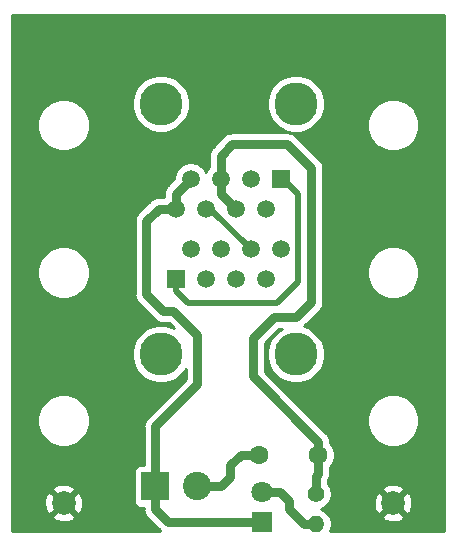
<source format=gbr>
G04 #@! TF.GenerationSoftware,KiCad,Pcbnew,5.1.5+dfsg1-2build2*
G04 #@! TF.CreationDate,2021-07-15T15:49:03-05:00*
G04 #@! TF.ProjectId,DIN_RAIL_POE_INJECTOR,44494e5f-5241-4494-9c5f-504f455f494e,rev?*
G04 #@! TF.SameCoordinates,Original*
G04 #@! TF.FileFunction,Copper,L1,Top*
G04 #@! TF.FilePolarity,Positive*
%FSLAX46Y46*%
G04 Gerber Fmt 4.6, Leading zero omitted, Abs format (unit mm)*
G04 Created by KiCad (PCBNEW 5.1.5+dfsg1-2build2) date 2021-07-15 15:49:03*
%MOMM*%
%LPD*%
G04 APERTURE LIST*
%ADD10C,1.998980*%
%ADD11C,3.650000*%
%ADD12R,1.500000X1.500000*%
%ADD13C,1.500000*%
%ADD14C,1.600000*%
%ADD15O,1.400000X1.400000*%
%ADD16C,1.400000*%
%ADD17C,1.800000*%
%ADD18R,1.800000X1.800000*%
%ADD19C,2.400000*%
%ADD20R,2.400000X2.400000*%
%ADD21C,0.500000*%
%ADD22C,0.250000*%
%ADD23C,0.750000*%
%ADD24C,0.254000*%
G04 APERTURE END LIST*
D10*
X132890000Y-142000000D03*
X105000000Y-142000000D03*
D11*
X124660000Y-129397000D03*
X113230000Y-129397000D03*
D12*
X114500000Y-123047000D03*
D13*
X115770000Y-120507000D03*
X117040000Y-123047000D03*
X118310000Y-120507000D03*
X119580000Y-123047000D03*
X120850000Y-120507000D03*
X122120000Y-123047000D03*
X123390000Y-120507000D03*
D14*
X126539000Y-137922000D03*
X121539000Y-137922000D03*
D15*
X126365000Y-143764000D03*
D16*
X126365000Y-141224000D03*
D17*
X121793000Y-141097000D03*
D18*
X121793000Y-143637000D03*
D19*
X116276000Y-140589000D03*
D20*
X112776000Y-140589000D03*
D11*
X113230000Y-108188000D03*
X124660000Y-108188000D03*
D12*
X123390000Y-114538000D03*
D13*
X122120000Y-117078000D03*
X120850000Y-114538000D03*
X119580000Y-117078000D03*
X118310000Y-114538000D03*
X117040000Y-117078000D03*
X115770000Y-114538000D03*
X114500000Y-117078000D03*
D21*
X123555000Y-114538000D02*
X123390000Y-114538000D01*
X124841000Y-115824000D02*
X123555000Y-114538000D01*
X124841000Y-123317000D02*
X124841000Y-115824000D01*
X123063000Y-125095000D02*
X124841000Y-123317000D01*
X115570000Y-125095000D02*
X123063000Y-125095000D01*
X114500000Y-124025000D02*
X115570000Y-125095000D01*
X114500000Y-123047000D02*
X114500000Y-124025000D01*
D22*
X117421000Y-117078000D02*
X117040000Y-117078000D01*
D21*
X120850000Y-120507000D02*
X117421000Y-117078000D01*
D23*
X125375051Y-143764000D02*
X124079000Y-142467949D01*
X126365000Y-143764000D02*
X125375051Y-143764000D01*
X124079000Y-142467949D02*
X124079000Y-141859000D01*
X123317000Y-141097000D02*
X121793000Y-141097000D01*
X124079000Y-141859000D02*
X123317000Y-141097000D01*
X113874000Y-143637000D02*
X121793000Y-143637000D01*
X112776000Y-142539000D02*
X113874000Y-143637000D01*
X112776000Y-140589000D02*
X112776000Y-142539000D01*
X113046000Y-117078000D02*
X114500000Y-117078000D01*
X112014000Y-118110000D02*
X113046000Y-117078000D01*
X113411000Y-125730000D02*
X112014000Y-124333000D01*
X114300000Y-125730000D02*
X113411000Y-125730000D01*
X116332000Y-131953000D02*
X116332000Y-127762000D01*
X112014000Y-124333000D02*
X112014000Y-118110000D01*
X116332000Y-127762000D02*
X114300000Y-125730000D01*
X112776000Y-135509000D02*
X116332000Y-131953000D01*
X112776000Y-140589000D02*
X112776000Y-135509000D01*
X114500000Y-115808000D02*
X115770000Y-114538000D01*
X114500000Y-117078000D02*
X114500000Y-115808000D01*
D22*
X126365000Y-138096000D02*
X126539000Y-137922000D01*
D21*
X126539000Y-141050000D02*
X126365000Y-141224000D01*
D23*
X126365000Y-139700000D02*
X126365000Y-141224000D01*
X126539000Y-139526000D02*
X126365000Y-139700000D01*
X126539000Y-137922000D02*
X126539000Y-139526000D01*
X118310000Y-112576000D02*
X118310000Y-114538000D01*
X125984000Y-124968000D02*
X125984000Y-113665000D01*
X123952000Y-111633000D02*
X119253000Y-111633000D01*
X122809000Y-126238000D02*
X124714000Y-126238000D01*
X121031000Y-128016000D02*
X122809000Y-126238000D01*
X119253000Y-111633000D02*
X118310000Y-112576000D01*
X125984000Y-113665000D02*
X123952000Y-111633000D01*
X121031000Y-131282630D02*
X121031000Y-128016000D01*
X124714000Y-126238000D02*
X125984000Y-124968000D01*
X126539000Y-136790630D02*
X121031000Y-131282630D01*
X126539000Y-137922000D02*
X126539000Y-136790630D01*
X118618000Y-116116000D02*
X119580000Y-117078000D01*
X118310000Y-115808000D02*
X118618000Y-116116000D01*
X118310000Y-114538000D02*
X118310000Y-115808000D01*
X121539000Y-137922000D02*
X120015000Y-137922000D01*
X120015000Y-137922000D02*
X119126000Y-138811000D01*
X119126000Y-138811000D02*
X119126000Y-139827000D01*
X118364000Y-140589000D02*
X116276000Y-140589000D01*
X119126000Y-139827000D02*
X118364000Y-140589000D01*
D24*
G36*
X137230001Y-144340000D02*
G01*
X127571406Y-144340000D01*
X127648696Y-144153405D01*
X127700000Y-143895486D01*
X127700000Y-143632514D01*
X127648696Y-143374595D01*
X127549474Y-143135050D01*
X131934555Y-143135050D01*
X132030258Y-143399399D01*
X132319787Y-143540238D01*
X132631229Y-143621885D01*
X132952615Y-143641205D01*
X133271595Y-143597454D01*
X133575911Y-143492314D01*
X133749742Y-143399399D01*
X133845445Y-143135050D01*
X132890000Y-142179605D01*
X131934555Y-143135050D01*
X127549474Y-143135050D01*
X127548061Y-143131641D01*
X127401962Y-142912987D01*
X127216013Y-142727038D01*
X126997359Y-142580939D01*
X126787470Y-142494000D01*
X126997359Y-142407061D01*
X127216013Y-142260962D01*
X127401962Y-142075013D01*
X127410246Y-142062615D01*
X131248795Y-142062615D01*
X131292546Y-142381595D01*
X131397686Y-142685911D01*
X131490601Y-142859742D01*
X131754950Y-142955445D01*
X132710395Y-142000000D01*
X133069605Y-142000000D01*
X134025050Y-142955445D01*
X134289399Y-142859742D01*
X134430238Y-142570213D01*
X134511885Y-142258771D01*
X134531205Y-141937385D01*
X134487454Y-141618405D01*
X134382314Y-141314089D01*
X134289399Y-141140258D01*
X134025050Y-141044555D01*
X133069605Y-142000000D01*
X132710395Y-142000000D01*
X131754950Y-141044555D01*
X131490601Y-141140258D01*
X131349762Y-141429787D01*
X131268115Y-141741229D01*
X131248795Y-142062615D01*
X127410246Y-142062615D01*
X127548061Y-141856359D01*
X127648696Y-141613405D01*
X127700000Y-141355486D01*
X127700000Y-141092514D01*
X127654735Y-140864950D01*
X131934555Y-140864950D01*
X132890000Y-141820395D01*
X133845445Y-140864950D01*
X133749742Y-140600601D01*
X133460213Y-140459762D01*
X133148771Y-140378115D01*
X132827385Y-140358795D01*
X132508405Y-140402546D01*
X132204089Y-140507686D01*
X132030258Y-140600601D01*
X131934555Y-140864950D01*
X127654735Y-140864950D01*
X127648696Y-140834595D01*
X127548061Y-140591641D01*
X127401962Y-140372987D01*
X127375000Y-140346025D01*
X127375000Y-140099402D01*
X127382847Y-140089840D01*
X127476632Y-139914380D01*
X127534385Y-139723994D01*
X127549000Y-139575608D01*
X127549000Y-139575606D01*
X127553886Y-139526001D01*
X127549000Y-139476396D01*
X127549000Y-138941396D01*
X127653637Y-138836759D01*
X127810680Y-138601727D01*
X127918853Y-138340574D01*
X127974000Y-138063335D01*
X127974000Y-137780665D01*
X127918853Y-137503426D01*
X127810680Y-137242273D01*
X127653637Y-137007241D01*
X127549000Y-136902604D01*
X127549000Y-136840234D01*
X127553886Y-136790629D01*
X127540066Y-136650320D01*
X127534385Y-136592636D01*
X127476632Y-136402250D01*
X127382847Y-136226790D01*
X127256633Y-136072997D01*
X127218094Y-136041369D01*
X125956597Y-134779872D01*
X130655000Y-134779872D01*
X130655000Y-135220128D01*
X130740890Y-135651925D01*
X130909369Y-136058669D01*
X131153962Y-136424729D01*
X131465271Y-136736038D01*
X131831331Y-136980631D01*
X132238075Y-137149110D01*
X132669872Y-137235000D01*
X133110128Y-137235000D01*
X133541925Y-137149110D01*
X133948669Y-136980631D01*
X134314729Y-136736038D01*
X134626038Y-136424729D01*
X134870631Y-136058669D01*
X135039110Y-135651925D01*
X135125000Y-135220128D01*
X135125000Y-134779872D01*
X135039110Y-134348075D01*
X134870631Y-133941331D01*
X134626038Y-133575271D01*
X134314729Y-133263962D01*
X133948669Y-133019369D01*
X133541925Y-132850890D01*
X133110128Y-132765000D01*
X132669872Y-132765000D01*
X132238075Y-132850890D01*
X131831331Y-133019369D01*
X131465271Y-133263962D01*
X131153962Y-133575271D01*
X130909369Y-133941331D01*
X130740890Y-134348075D01*
X130655000Y-134779872D01*
X125956597Y-134779872D01*
X122041000Y-130864275D01*
X122041000Y-128434355D01*
X123227356Y-127248000D01*
X123448322Y-127248000D01*
X123091841Y-127486193D01*
X122749193Y-127828841D01*
X122479976Y-128231753D01*
X122294536Y-128679444D01*
X122200000Y-129154711D01*
X122200000Y-129639289D01*
X122294536Y-130114556D01*
X122479976Y-130562247D01*
X122749193Y-130965159D01*
X123091841Y-131307807D01*
X123494753Y-131577024D01*
X123942444Y-131762464D01*
X124417711Y-131857000D01*
X124902289Y-131857000D01*
X125377556Y-131762464D01*
X125825247Y-131577024D01*
X126228159Y-131307807D01*
X126570807Y-130965159D01*
X126840024Y-130562247D01*
X127025464Y-130114556D01*
X127120000Y-129639289D01*
X127120000Y-129154711D01*
X127025464Y-128679444D01*
X126840024Y-128231753D01*
X126570807Y-127828841D01*
X126228159Y-127486193D01*
X125825247Y-127216976D01*
X125377556Y-127031536D01*
X125346638Y-127025386D01*
X125431633Y-126955633D01*
X125463261Y-126917094D01*
X126663094Y-125717261D01*
X126701633Y-125685633D01*
X126827847Y-125531840D01*
X126921632Y-125356380D01*
X126979385Y-125165994D01*
X126994000Y-125017608D01*
X126994000Y-125017606D01*
X126998886Y-124968001D01*
X126994000Y-124918396D01*
X126994000Y-122279872D01*
X130655000Y-122279872D01*
X130655000Y-122720128D01*
X130740890Y-123151925D01*
X130909369Y-123558669D01*
X131153962Y-123924729D01*
X131465271Y-124236038D01*
X131831331Y-124480631D01*
X132238075Y-124649110D01*
X132669872Y-124735000D01*
X133110128Y-124735000D01*
X133541925Y-124649110D01*
X133948669Y-124480631D01*
X134314729Y-124236038D01*
X134626038Y-123924729D01*
X134870631Y-123558669D01*
X135039110Y-123151925D01*
X135125000Y-122720128D01*
X135125000Y-122279872D01*
X135039110Y-121848075D01*
X134870631Y-121441331D01*
X134626038Y-121075271D01*
X134314729Y-120763962D01*
X133948669Y-120519369D01*
X133541925Y-120350890D01*
X133110128Y-120265000D01*
X132669872Y-120265000D01*
X132238075Y-120350890D01*
X131831331Y-120519369D01*
X131465271Y-120763962D01*
X131153962Y-121075271D01*
X130909369Y-121441331D01*
X130740890Y-121848075D01*
X130655000Y-122279872D01*
X126994000Y-122279872D01*
X126994000Y-113714608D01*
X126998886Y-113665000D01*
X126979385Y-113467005D01*
X126921632Y-113276620D01*
X126853914Y-113149928D01*
X126827847Y-113101160D01*
X126701633Y-112947367D01*
X126663100Y-112915744D01*
X124701261Y-110953906D01*
X124669633Y-110915367D01*
X124515840Y-110789153D01*
X124340380Y-110695368D01*
X124149994Y-110637615D01*
X124001608Y-110623000D01*
X123952000Y-110618114D01*
X123902392Y-110623000D01*
X119302604Y-110623000D01*
X119252999Y-110618114D01*
X119203394Y-110623000D01*
X119203392Y-110623000D01*
X119055006Y-110637615D01*
X118864620Y-110695368D01*
X118689160Y-110789153D01*
X118535367Y-110915367D01*
X118503739Y-110953906D01*
X117630906Y-111826739D01*
X117592367Y-111858367D01*
X117466153Y-112012160D01*
X117372369Y-112187620D01*
X117372368Y-112187621D01*
X117314615Y-112378006D01*
X117295114Y-112576000D01*
X117300000Y-112625608D01*
X117300001Y-113589314D01*
X117234201Y-113655114D01*
X117082629Y-113881957D01*
X117040000Y-113984873D01*
X116997371Y-113881957D01*
X116845799Y-113655114D01*
X116652886Y-113462201D01*
X116426043Y-113310629D01*
X116173989Y-113206225D01*
X115906411Y-113153000D01*
X115633589Y-113153000D01*
X115366011Y-113206225D01*
X115113957Y-113310629D01*
X114887114Y-113462201D01*
X114694201Y-113655114D01*
X114542629Y-113881957D01*
X114438225Y-114134011D01*
X114385000Y-114401589D01*
X114385000Y-114494645D01*
X113820901Y-115058744D01*
X113782368Y-115090367D01*
X113750745Y-115128900D01*
X113750744Y-115128901D01*
X113656154Y-115244160D01*
X113562368Y-115419621D01*
X113504615Y-115610006D01*
X113485114Y-115808000D01*
X113490001Y-115857617D01*
X113490001Y-116068000D01*
X113095604Y-116068000D01*
X113045999Y-116063114D01*
X112996394Y-116068000D01*
X112996392Y-116068000D01*
X112848006Y-116082615D01*
X112657620Y-116140368D01*
X112482160Y-116234153D01*
X112328367Y-116360367D01*
X112296739Y-116398906D01*
X111334901Y-117360744D01*
X111296368Y-117392367D01*
X111264745Y-117430900D01*
X111264744Y-117430901D01*
X111170154Y-117546160D01*
X111076368Y-117721621D01*
X111018615Y-117912006D01*
X110999114Y-118110000D01*
X111004001Y-118159618D01*
X111004000Y-124283392D01*
X110999114Y-124333000D01*
X111018615Y-124530994D01*
X111045629Y-124620046D01*
X111076368Y-124721379D01*
X111170153Y-124896840D01*
X111296367Y-125050633D01*
X111334906Y-125082261D01*
X112661739Y-126409094D01*
X112693367Y-126447633D01*
X112847160Y-126573847D01*
X113022620Y-126667632D01*
X113213006Y-126725385D01*
X113361392Y-126740000D01*
X113361394Y-126740000D01*
X113410999Y-126744886D01*
X113460604Y-126740000D01*
X113881645Y-126740000D01*
X114332722Y-127191077D01*
X113947556Y-127031536D01*
X113472289Y-126937000D01*
X112987711Y-126937000D01*
X112512444Y-127031536D01*
X112064753Y-127216976D01*
X111661841Y-127486193D01*
X111319193Y-127828841D01*
X111049976Y-128231753D01*
X110864536Y-128679444D01*
X110770000Y-129154711D01*
X110770000Y-129639289D01*
X110864536Y-130114556D01*
X111049976Y-130562247D01*
X111319193Y-130965159D01*
X111661841Y-131307807D01*
X112064753Y-131577024D01*
X112512444Y-131762464D01*
X112987711Y-131857000D01*
X113472289Y-131857000D01*
X113947556Y-131762464D01*
X114395247Y-131577024D01*
X114798159Y-131307807D01*
X115140807Y-130965159D01*
X115322000Y-130693984D01*
X115322000Y-131534645D01*
X112096901Y-134759744D01*
X112058368Y-134791367D01*
X112026745Y-134829900D01*
X112026744Y-134829901D01*
X111932154Y-134945160D01*
X111838368Y-135120621D01*
X111780615Y-135311006D01*
X111761114Y-135509000D01*
X111766001Y-135558618D01*
X111766000Y-138750928D01*
X111576000Y-138750928D01*
X111451518Y-138763188D01*
X111331820Y-138799498D01*
X111221506Y-138858463D01*
X111124815Y-138937815D01*
X111045463Y-139034506D01*
X110986498Y-139144820D01*
X110950188Y-139264518D01*
X110937928Y-139389000D01*
X110937928Y-141789000D01*
X110950188Y-141913482D01*
X110986498Y-142033180D01*
X111045463Y-142143494D01*
X111124815Y-142240185D01*
X111221506Y-142319537D01*
X111331820Y-142378502D01*
X111451518Y-142414812D01*
X111576000Y-142427072D01*
X111766001Y-142427072D01*
X111766001Y-142489383D01*
X111761114Y-142539000D01*
X111780615Y-142736994D01*
X111838368Y-142927379D01*
X111901969Y-143046367D01*
X111932154Y-143102840D01*
X112058368Y-143256633D01*
X112096901Y-143288256D01*
X113124743Y-144316099D01*
X113144358Y-144340000D01*
X100660000Y-144340000D01*
X100660000Y-143135050D01*
X104044555Y-143135050D01*
X104140258Y-143399399D01*
X104429787Y-143540238D01*
X104741229Y-143621885D01*
X105062615Y-143641205D01*
X105381595Y-143597454D01*
X105685911Y-143492314D01*
X105859742Y-143399399D01*
X105955445Y-143135050D01*
X105000000Y-142179605D01*
X104044555Y-143135050D01*
X100660000Y-143135050D01*
X100660000Y-142062615D01*
X103358795Y-142062615D01*
X103402546Y-142381595D01*
X103507686Y-142685911D01*
X103600601Y-142859742D01*
X103864950Y-142955445D01*
X104820395Y-142000000D01*
X105179605Y-142000000D01*
X106135050Y-142955445D01*
X106399399Y-142859742D01*
X106540238Y-142570213D01*
X106621885Y-142258771D01*
X106641205Y-141937385D01*
X106597454Y-141618405D01*
X106492314Y-141314089D01*
X106399399Y-141140258D01*
X106135050Y-141044555D01*
X105179605Y-142000000D01*
X104820395Y-142000000D01*
X103864950Y-141044555D01*
X103600601Y-141140258D01*
X103459762Y-141429787D01*
X103378115Y-141741229D01*
X103358795Y-142062615D01*
X100660000Y-142062615D01*
X100660000Y-140864950D01*
X104044555Y-140864950D01*
X105000000Y-141820395D01*
X105955445Y-140864950D01*
X105859742Y-140600601D01*
X105570213Y-140459762D01*
X105258771Y-140378115D01*
X104937385Y-140358795D01*
X104618405Y-140402546D01*
X104314089Y-140507686D01*
X104140258Y-140600601D01*
X104044555Y-140864950D01*
X100660000Y-140864950D01*
X100660000Y-134779872D01*
X102765000Y-134779872D01*
X102765000Y-135220128D01*
X102850890Y-135651925D01*
X103019369Y-136058669D01*
X103263962Y-136424729D01*
X103575271Y-136736038D01*
X103941331Y-136980631D01*
X104348075Y-137149110D01*
X104779872Y-137235000D01*
X105220128Y-137235000D01*
X105651925Y-137149110D01*
X106058669Y-136980631D01*
X106424729Y-136736038D01*
X106736038Y-136424729D01*
X106980631Y-136058669D01*
X107149110Y-135651925D01*
X107235000Y-135220128D01*
X107235000Y-134779872D01*
X107149110Y-134348075D01*
X106980631Y-133941331D01*
X106736038Y-133575271D01*
X106424729Y-133263962D01*
X106058669Y-133019369D01*
X105651925Y-132850890D01*
X105220128Y-132765000D01*
X104779872Y-132765000D01*
X104348075Y-132850890D01*
X103941331Y-133019369D01*
X103575271Y-133263962D01*
X103263962Y-133575271D01*
X103019369Y-133941331D01*
X102850890Y-134348075D01*
X102765000Y-134779872D01*
X100660000Y-134779872D01*
X100660000Y-122279872D01*
X102765000Y-122279872D01*
X102765000Y-122720128D01*
X102850890Y-123151925D01*
X103019369Y-123558669D01*
X103263962Y-123924729D01*
X103575271Y-124236038D01*
X103941331Y-124480631D01*
X104348075Y-124649110D01*
X104779872Y-124735000D01*
X105220128Y-124735000D01*
X105651925Y-124649110D01*
X106058669Y-124480631D01*
X106424729Y-124236038D01*
X106736038Y-123924729D01*
X106980631Y-123558669D01*
X107149110Y-123151925D01*
X107235000Y-122720128D01*
X107235000Y-122279872D01*
X107149110Y-121848075D01*
X106980631Y-121441331D01*
X106736038Y-121075271D01*
X106424729Y-120763962D01*
X106058669Y-120519369D01*
X105651925Y-120350890D01*
X105220128Y-120265000D01*
X104779872Y-120265000D01*
X104348075Y-120350890D01*
X103941331Y-120519369D01*
X103575271Y-120763962D01*
X103263962Y-121075271D01*
X103019369Y-121441331D01*
X102850890Y-121848075D01*
X102765000Y-122279872D01*
X100660000Y-122279872D01*
X100660000Y-109779872D01*
X102765000Y-109779872D01*
X102765000Y-110220128D01*
X102850890Y-110651925D01*
X103019369Y-111058669D01*
X103263962Y-111424729D01*
X103575271Y-111736038D01*
X103941331Y-111980631D01*
X104348075Y-112149110D01*
X104779872Y-112235000D01*
X105220128Y-112235000D01*
X105651925Y-112149110D01*
X106058669Y-111980631D01*
X106424729Y-111736038D01*
X106736038Y-111424729D01*
X106980631Y-111058669D01*
X107149110Y-110651925D01*
X107235000Y-110220128D01*
X107235000Y-109779872D01*
X107149110Y-109348075D01*
X106980631Y-108941331D01*
X106736038Y-108575271D01*
X106424729Y-108263962D01*
X106058669Y-108019369D01*
X105880843Y-107945711D01*
X110770000Y-107945711D01*
X110770000Y-108430289D01*
X110864536Y-108905556D01*
X111049976Y-109353247D01*
X111319193Y-109756159D01*
X111661841Y-110098807D01*
X112064753Y-110368024D01*
X112512444Y-110553464D01*
X112987711Y-110648000D01*
X113472289Y-110648000D01*
X113947556Y-110553464D01*
X114395247Y-110368024D01*
X114798159Y-110098807D01*
X115140807Y-109756159D01*
X115410024Y-109353247D01*
X115595464Y-108905556D01*
X115690000Y-108430289D01*
X115690000Y-107945711D01*
X122200000Y-107945711D01*
X122200000Y-108430289D01*
X122294536Y-108905556D01*
X122479976Y-109353247D01*
X122749193Y-109756159D01*
X123091841Y-110098807D01*
X123494753Y-110368024D01*
X123942444Y-110553464D01*
X124417711Y-110648000D01*
X124902289Y-110648000D01*
X125377556Y-110553464D01*
X125825247Y-110368024D01*
X126228159Y-110098807D01*
X126547094Y-109779872D01*
X130655000Y-109779872D01*
X130655000Y-110220128D01*
X130740890Y-110651925D01*
X130909369Y-111058669D01*
X131153962Y-111424729D01*
X131465271Y-111736038D01*
X131831331Y-111980631D01*
X132238075Y-112149110D01*
X132669872Y-112235000D01*
X133110128Y-112235000D01*
X133541925Y-112149110D01*
X133948669Y-111980631D01*
X134314729Y-111736038D01*
X134626038Y-111424729D01*
X134870631Y-111058669D01*
X135039110Y-110651925D01*
X135125000Y-110220128D01*
X135125000Y-109779872D01*
X135039110Y-109348075D01*
X134870631Y-108941331D01*
X134626038Y-108575271D01*
X134314729Y-108263962D01*
X133948669Y-108019369D01*
X133541925Y-107850890D01*
X133110128Y-107765000D01*
X132669872Y-107765000D01*
X132238075Y-107850890D01*
X131831331Y-108019369D01*
X131465271Y-108263962D01*
X131153962Y-108575271D01*
X130909369Y-108941331D01*
X130740890Y-109348075D01*
X130655000Y-109779872D01*
X126547094Y-109779872D01*
X126570807Y-109756159D01*
X126840024Y-109353247D01*
X127025464Y-108905556D01*
X127120000Y-108430289D01*
X127120000Y-107945711D01*
X127025464Y-107470444D01*
X126840024Y-107022753D01*
X126570807Y-106619841D01*
X126228159Y-106277193D01*
X125825247Y-106007976D01*
X125377556Y-105822536D01*
X124902289Y-105728000D01*
X124417711Y-105728000D01*
X123942444Y-105822536D01*
X123494753Y-106007976D01*
X123091841Y-106277193D01*
X122749193Y-106619841D01*
X122479976Y-107022753D01*
X122294536Y-107470444D01*
X122200000Y-107945711D01*
X115690000Y-107945711D01*
X115595464Y-107470444D01*
X115410024Y-107022753D01*
X115140807Y-106619841D01*
X114798159Y-106277193D01*
X114395247Y-106007976D01*
X113947556Y-105822536D01*
X113472289Y-105728000D01*
X112987711Y-105728000D01*
X112512444Y-105822536D01*
X112064753Y-106007976D01*
X111661841Y-106277193D01*
X111319193Y-106619841D01*
X111049976Y-107022753D01*
X110864536Y-107470444D01*
X110770000Y-107945711D01*
X105880843Y-107945711D01*
X105651925Y-107850890D01*
X105220128Y-107765000D01*
X104779872Y-107765000D01*
X104348075Y-107850890D01*
X103941331Y-108019369D01*
X103575271Y-108263962D01*
X103263962Y-108575271D01*
X103019369Y-108941331D01*
X102850890Y-109348075D01*
X102765000Y-109779872D01*
X100660000Y-109779872D01*
X100660000Y-100660000D01*
X137230000Y-100660000D01*
X137230001Y-144340000D01*
G37*
X137230001Y-144340000D02*
X127571406Y-144340000D01*
X127648696Y-144153405D01*
X127700000Y-143895486D01*
X127700000Y-143632514D01*
X127648696Y-143374595D01*
X127549474Y-143135050D01*
X131934555Y-143135050D01*
X132030258Y-143399399D01*
X132319787Y-143540238D01*
X132631229Y-143621885D01*
X132952615Y-143641205D01*
X133271595Y-143597454D01*
X133575911Y-143492314D01*
X133749742Y-143399399D01*
X133845445Y-143135050D01*
X132890000Y-142179605D01*
X131934555Y-143135050D01*
X127549474Y-143135050D01*
X127548061Y-143131641D01*
X127401962Y-142912987D01*
X127216013Y-142727038D01*
X126997359Y-142580939D01*
X126787470Y-142494000D01*
X126997359Y-142407061D01*
X127216013Y-142260962D01*
X127401962Y-142075013D01*
X127410246Y-142062615D01*
X131248795Y-142062615D01*
X131292546Y-142381595D01*
X131397686Y-142685911D01*
X131490601Y-142859742D01*
X131754950Y-142955445D01*
X132710395Y-142000000D01*
X133069605Y-142000000D01*
X134025050Y-142955445D01*
X134289399Y-142859742D01*
X134430238Y-142570213D01*
X134511885Y-142258771D01*
X134531205Y-141937385D01*
X134487454Y-141618405D01*
X134382314Y-141314089D01*
X134289399Y-141140258D01*
X134025050Y-141044555D01*
X133069605Y-142000000D01*
X132710395Y-142000000D01*
X131754950Y-141044555D01*
X131490601Y-141140258D01*
X131349762Y-141429787D01*
X131268115Y-141741229D01*
X131248795Y-142062615D01*
X127410246Y-142062615D01*
X127548061Y-141856359D01*
X127648696Y-141613405D01*
X127700000Y-141355486D01*
X127700000Y-141092514D01*
X127654735Y-140864950D01*
X131934555Y-140864950D01*
X132890000Y-141820395D01*
X133845445Y-140864950D01*
X133749742Y-140600601D01*
X133460213Y-140459762D01*
X133148771Y-140378115D01*
X132827385Y-140358795D01*
X132508405Y-140402546D01*
X132204089Y-140507686D01*
X132030258Y-140600601D01*
X131934555Y-140864950D01*
X127654735Y-140864950D01*
X127648696Y-140834595D01*
X127548061Y-140591641D01*
X127401962Y-140372987D01*
X127375000Y-140346025D01*
X127375000Y-140099402D01*
X127382847Y-140089840D01*
X127476632Y-139914380D01*
X127534385Y-139723994D01*
X127549000Y-139575608D01*
X127549000Y-139575606D01*
X127553886Y-139526001D01*
X127549000Y-139476396D01*
X127549000Y-138941396D01*
X127653637Y-138836759D01*
X127810680Y-138601727D01*
X127918853Y-138340574D01*
X127974000Y-138063335D01*
X127974000Y-137780665D01*
X127918853Y-137503426D01*
X127810680Y-137242273D01*
X127653637Y-137007241D01*
X127549000Y-136902604D01*
X127549000Y-136840234D01*
X127553886Y-136790629D01*
X127540066Y-136650320D01*
X127534385Y-136592636D01*
X127476632Y-136402250D01*
X127382847Y-136226790D01*
X127256633Y-136072997D01*
X127218094Y-136041369D01*
X125956597Y-134779872D01*
X130655000Y-134779872D01*
X130655000Y-135220128D01*
X130740890Y-135651925D01*
X130909369Y-136058669D01*
X131153962Y-136424729D01*
X131465271Y-136736038D01*
X131831331Y-136980631D01*
X132238075Y-137149110D01*
X132669872Y-137235000D01*
X133110128Y-137235000D01*
X133541925Y-137149110D01*
X133948669Y-136980631D01*
X134314729Y-136736038D01*
X134626038Y-136424729D01*
X134870631Y-136058669D01*
X135039110Y-135651925D01*
X135125000Y-135220128D01*
X135125000Y-134779872D01*
X135039110Y-134348075D01*
X134870631Y-133941331D01*
X134626038Y-133575271D01*
X134314729Y-133263962D01*
X133948669Y-133019369D01*
X133541925Y-132850890D01*
X133110128Y-132765000D01*
X132669872Y-132765000D01*
X132238075Y-132850890D01*
X131831331Y-133019369D01*
X131465271Y-133263962D01*
X131153962Y-133575271D01*
X130909369Y-133941331D01*
X130740890Y-134348075D01*
X130655000Y-134779872D01*
X125956597Y-134779872D01*
X122041000Y-130864275D01*
X122041000Y-128434355D01*
X123227356Y-127248000D01*
X123448322Y-127248000D01*
X123091841Y-127486193D01*
X122749193Y-127828841D01*
X122479976Y-128231753D01*
X122294536Y-128679444D01*
X122200000Y-129154711D01*
X122200000Y-129639289D01*
X122294536Y-130114556D01*
X122479976Y-130562247D01*
X122749193Y-130965159D01*
X123091841Y-131307807D01*
X123494753Y-131577024D01*
X123942444Y-131762464D01*
X124417711Y-131857000D01*
X124902289Y-131857000D01*
X125377556Y-131762464D01*
X125825247Y-131577024D01*
X126228159Y-131307807D01*
X126570807Y-130965159D01*
X126840024Y-130562247D01*
X127025464Y-130114556D01*
X127120000Y-129639289D01*
X127120000Y-129154711D01*
X127025464Y-128679444D01*
X126840024Y-128231753D01*
X126570807Y-127828841D01*
X126228159Y-127486193D01*
X125825247Y-127216976D01*
X125377556Y-127031536D01*
X125346638Y-127025386D01*
X125431633Y-126955633D01*
X125463261Y-126917094D01*
X126663094Y-125717261D01*
X126701633Y-125685633D01*
X126827847Y-125531840D01*
X126921632Y-125356380D01*
X126979385Y-125165994D01*
X126994000Y-125017608D01*
X126994000Y-125017606D01*
X126998886Y-124968001D01*
X126994000Y-124918396D01*
X126994000Y-122279872D01*
X130655000Y-122279872D01*
X130655000Y-122720128D01*
X130740890Y-123151925D01*
X130909369Y-123558669D01*
X131153962Y-123924729D01*
X131465271Y-124236038D01*
X131831331Y-124480631D01*
X132238075Y-124649110D01*
X132669872Y-124735000D01*
X133110128Y-124735000D01*
X133541925Y-124649110D01*
X133948669Y-124480631D01*
X134314729Y-124236038D01*
X134626038Y-123924729D01*
X134870631Y-123558669D01*
X135039110Y-123151925D01*
X135125000Y-122720128D01*
X135125000Y-122279872D01*
X135039110Y-121848075D01*
X134870631Y-121441331D01*
X134626038Y-121075271D01*
X134314729Y-120763962D01*
X133948669Y-120519369D01*
X133541925Y-120350890D01*
X133110128Y-120265000D01*
X132669872Y-120265000D01*
X132238075Y-120350890D01*
X131831331Y-120519369D01*
X131465271Y-120763962D01*
X131153962Y-121075271D01*
X130909369Y-121441331D01*
X130740890Y-121848075D01*
X130655000Y-122279872D01*
X126994000Y-122279872D01*
X126994000Y-113714608D01*
X126998886Y-113665000D01*
X126979385Y-113467005D01*
X126921632Y-113276620D01*
X126853914Y-113149928D01*
X126827847Y-113101160D01*
X126701633Y-112947367D01*
X126663100Y-112915744D01*
X124701261Y-110953906D01*
X124669633Y-110915367D01*
X124515840Y-110789153D01*
X124340380Y-110695368D01*
X124149994Y-110637615D01*
X124001608Y-110623000D01*
X123952000Y-110618114D01*
X123902392Y-110623000D01*
X119302604Y-110623000D01*
X119252999Y-110618114D01*
X119203394Y-110623000D01*
X119203392Y-110623000D01*
X119055006Y-110637615D01*
X118864620Y-110695368D01*
X118689160Y-110789153D01*
X118535367Y-110915367D01*
X118503739Y-110953906D01*
X117630906Y-111826739D01*
X117592367Y-111858367D01*
X117466153Y-112012160D01*
X117372369Y-112187620D01*
X117372368Y-112187621D01*
X117314615Y-112378006D01*
X117295114Y-112576000D01*
X117300000Y-112625608D01*
X117300001Y-113589314D01*
X117234201Y-113655114D01*
X117082629Y-113881957D01*
X117040000Y-113984873D01*
X116997371Y-113881957D01*
X116845799Y-113655114D01*
X116652886Y-113462201D01*
X116426043Y-113310629D01*
X116173989Y-113206225D01*
X115906411Y-113153000D01*
X115633589Y-113153000D01*
X115366011Y-113206225D01*
X115113957Y-113310629D01*
X114887114Y-113462201D01*
X114694201Y-113655114D01*
X114542629Y-113881957D01*
X114438225Y-114134011D01*
X114385000Y-114401589D01*
X114385000Y-114494645D01*
X113820901Y-115058744D01*
X113782368Y-115090367D01*
X113750745Y-115128900D01*
X113750744Y-115128901D01*
X113656154Y-115244160D01*
X113562368Y-115419621D01*
X113504615Y-115610006D01*
X113485114Y-115808000D01*
X113490001Y-115857617D01*
X113490001Y-116068000D01*
X113095604Y-116068000D01*
X113045999Y-116063114D01*
X112996394Y-116068000D01*
X112996392Y-116068000D01*
X112848006Y-116082615D01*
X112657620Y-116140368D01*
X112482160Y-116234153D01*
X112328367Y-116360367D01*
X112296739Y-116398906D01*
X111334901Y-117360744D01*
X111296368Y-117392367D01*
X111264745Y-117430900D01*
X111264744Y-117430901D01*
X111170154Y-117546160D01*
X111076368Y-117721621D01*
X111018615Y-117912006D01*
X110999114Y-118110000D01*
X111004001Y-118159618D01*
X111004000Y-124283392D01*
X110999114Y-124333000D01*
X111018615Y-124530994D01*
X111045629Y-124620046D01*
X111076368Y-124721379D01*
X111170153Y-124896840D01*
X111296367Y-125050633D01*
X111334906Y-125082261D01*
X112661739Y-126409094D01*
X112693367Y-126447633D01*
X112847160Y-126573847D01*
X113022620Y-126667632D01*
X113213006Y-126725385D01*
X113361392Y-126740000D01*
X113361394Y-126740000D01*
X113410999Y-126744886D01*
X113460604Y-126740000D01*
X113881645Y-126740000D01*
X114332722Y-127191077D01*
X113947556Y-127031536D01*
X113472289Y-126937000D01*
X112987711Y-126937000D01*
X112512444Y-127031536D01*
X112064753Y-127216976D01*
X111661841Y-127486193D01*
X111319193Y-127828841D01*
X111049976Y-128231753D01*
X110864536Y-128679444D01*
X110770000Y-129154711D01*
X110770000Y-129639289D01*
X110864536Y-130114556D01*
X111049976Y-130562247D01*
X111319193Y-130965159D01*
X111661841Y-131307807D01*
X112064753Y-131577024D01*
X112512444Y-131762464D01*
X112987711Y-131857000D01*
X113472289Y-131857000D01*
X113947556Y-131762464D01*
X114395247Y-131577024D01*
X114798159Y-131307807D01*
X115140807Y-130965159D01*
X115322000Y-130693984D01*
X115322000Y-131534645D01*
X112096901Y-134759744D01*
X112058368Y-134791367D01*
X112026745Y-134829900D01*
X112026744Y-134829901D01*
X111932154Y-134945160D01*
X111838368Y-135120621D01*
X111780615Y-135311006D01*
X111761114Y-135509000D01*
X111766001Y-135558618D01*
X111766000Y-138750928D01*
X111576000Y-138750928D01*
X111451518Y-138763188D01*
X111331820Y-138799498D01*
X111221506Y-138858463D01*
X111124815Y-138937815D01*
X111045463Y-139034506D01*
X110986498Y-139144820D01*
X110950188Y-139264518D01*
X110937928Y-139389000D01*
X110937928Y-141789000D01*
X110950188Y-141913482D01*
X110986498Y-142033180D01*
X111045463Y-142143494D01*
X111124815Y-142240185D01*
X111221506Y-142319537D01*
X111331820Y-142378502D01*
X111451518Y-142414812D01*
X111576000Y-142427072D01*
X111766001Y-142427072D01*
X111766001Y-142489383D01*
X111761114Y-142539000D01*
X111780615Y-142736994D01*
X111838368Y-142927379D01*
X111901969Y-143046367D01*
X111932154Y-143102840D01*
X112058368Y-143256633D01*
X112096901Y-143288256D01*
X113124743Y-144316099D01*
X113144358Y-144340000D01*
X100660000Y-144340000D01*
X100660000Y-143135050D01*
X104044555Y-143135050D01*
X104140258Y-143399399D01*
X104429787Y-143540238D01*
X104741229Y-143621885D01*
X105062615Y-143641205D01*
X105381595Y-143597454D01*
X105685911Y-143492314D01*
X105859742Y-143399399D01*
X105955445Y-143135050D01*
X105000000Y-142179605D01*
X104044555Y-143135050D01*
X100660000Y-143135050D01*
X100660000Y-142062615D01*
X103358795Y-142062615D01*
X103402546Y-142381595D01*
X103507686Y-142685911D01*
X103600601Y-142859742D01*
X103864950Y-142955445D01*
X104820395Y-142000000D01*
X105179605Y-142000000D01*
X106135050Y-142955445D01*
X106399399Y-142859742D01*
X106540238Y-142570213D01*
X106621885Y-142258771D01*
X106641205Y-141937385D01*
X106597454Y-141618405D01*
X106492314Y-141314089D01*
X106399399Y-141140258D01*
X106135050Y-141044555D01*
X105179605Y-142000000D01*
X104820395Y-142000000D01*
X103864950Y-141044555D01*
X103600601Y-141140258D01*
X103459762Y-141429787D01*
X103378115Y-141741229D01*
X103358795Y-142062615D01*
X100660000Y-142062615D01*
X100660000Y-140864950D01*
X104044555Y-140864950D01*
X105000000Y-141820395D01*
X105955445Y-140864950D01*
X105859742Y-140600601D01*
X105570213Y-140459762D01*
X105258771Y-140378115D01*
X104937385Y-140358795D01*
X104618405Y-140402546D01*
X104314089Y-140507686D01*
X104140258Y-140600601D01*
X104044555Y-140864950D01*
X100660000Y-140864950D01*
X100660000Y-134779872D01*
X102765000Y-134779872D01*
X102765000Y-135220128D01*
X102850890Y-135651925D01*
X103019369Y-136058669D01*
X103263962Y-136424729D01*
X103575271Y-136736038D01*
X103941331Y-136980631D01*
X104348075Y-137149110D01*
X104779872Y-137235000D01*
X105220128Y-137235000D01*
X105651925Y-137149110D01*
X106058669Y-136980631D01*
X106424729Y-136736038D01*
X106736038Y-136424729D01*
X106980631Y-136058669D01*
X107149110Y-135651925D01*
X107235000Y-135220128D01*
X107235000Y-134779872D01*
X107149110Y-134348075D01*
X106980631Y-133941331D01*
X106736038Y-133575271D01*
X106424729Y-133263962D01*
X106058669Y-133019369D01*
X105651925Y-132850890D01*
X105220128Y-132765000D01*
X104779872Y-132765000D01*
X104348075Y-132850890D01*
X103941331Y-133019369D01*
X103575271Y-133263962D01*
X103263962Y-133575271D01*
X103019369Y-133941331D01*
X102850890Y-134348075D01*
X102765000Y-134779872D01*
X100660000Y-134779872D01*
X100660000Y-122279872D01*
X102765000Y-122279872D01*
X102765000Y-122720128D01*
X102850890Y-123151925D01*
X103019369Y-123558669D01*
X103263962Y-123924729D01*
X103575271Y-124236038D01*
X103941331Y-124480631D01*
X104348075Y-124649110D01*
X104779872Y-124735000D01*
X105220128Y-124735000D01*
X105651925Y-124649110D01*
X106058669Y-124480631D01*
X106424729Y-124236038D01*
X106736038Y-123924729D01*
X106980631Y-123558669D01*
X107149110Y-123151925D01*
X107235000Y-122720128D01*
X107235000Y-122279872D01*
X107149110Y-121848075D01*
X106980631Y-121441331D01*
X106736038Y-121075271D01*
X106424729Y-120763962D01*
X106058669Y-120519369D01*
X105651925Y-120350890D01*
X105220128Y-120265000D01*
X104779872Y-120265000D01*
X104348075Y-120350890D01*
X103941331Y-120519369D01*
X103575271Y-120763962D01*
X103263962Y-121075271D01*
X103019369Y-121441331D01*
X102850890Y-121848075D01*
X102765000Y-122279872D01*
X100660000Y-122279872D01*
X100660000Y-109779872D01*
X102765000Y-109779872D01*
X102765000Y-110220128D01*
X102850890Y-110651925D01*
X103019369Y-111058669D01*
X103263962Y-111424729D01*
X103575271Y-111736038D01*
X103941331Y-111980631D01*
X104348075Y-112149110D01*
X104779872Y-112235000D01*
X105220128Y-112235000D01*
X105651925Y-112149110D01*
X106058669Y-111980631D01*
X106424729Y-111736038D01*
X106736038Y-111424729D01*
X106980631Y-111058669D01*
X107149110Y-110651925D01*
X107235000Y-110220128D01*
X107235000Y-109779872D01*
X107149110Y-109348075D01*
X106980631Y-108941331D01*
X106736038Y-108575271D01*
X106424729Y-108263962D01*
X106058669Y-108019369D01*
X105880843Y-107945711D01*
X110770000Y-107945711D01*
X110770000Y-108430289D01*
X110864536Y-108905556D01*
X111049976Y-109353247D01*
X111319193Y-109756159D01*
X111661841Y-110098807D01*
X112064753Y-110368024D01*
X112512444Y-110553464D01*
X112987711Y-110648000D01*
X113472289Y-110648000D01*
X113947556Y-110553464D01*
X114395247Y-110368024D01*
X114798159Y-110098807D01*
X115140807Y-109756159D01*
X115410024Y-109353247D01*
X115595464Y-108905556D01*
X115690000Y-108430289D01*
X115690000Y-107945711D01*
X122200000Y-107945711D01*
X122200000Y-108430289D01*
X122294536Y-108905556D01*
X122479976Y-109353247D01*
X122749193Y-109756159D01*
X123091841Y-110098807D01*
X123494753Y-110368024D01*
X123942444Y-110553464D01*
X124417711Y-110648000D01*
X124902289Y-110648000D01*
X125377556Y-110553464D01*
X125825247Y-110368024D01*
X126228159Y-110098807D01*
X126547094Y-109779872D01*
X130655000Y-109779872D01*
X130655000Y-110220128D01*
X130740890Y-110651925D01*
X130909369Y-111058669D01*
X131153962Y-111424729D01*
X131465271Y-111736038D01*
X131831331Y-111980631D01*
X132238075Y-112149110D01*
X132669872Y-112235000D01*
X133110128Y-112235000D01*
X133541925Y-112149110D01*
X133948669Y-111980631D01*
X134314729Y-111736038D01*
X134626038Y-111424729D01*
X134870631Y-111058669D01*
X135039110Y-110651925D01*
X135125000Y-110220128D01*
X135125000Y-109779872D01*
X135039110Y-109348075D01*
X134870631Y-108941331D01*
X134626038Y-108575271D01*
X134314729Y-108263962D01*
X133948669Y-108019369D01*
X133541925Y-107850890D01*
X133110128Y-107765000D01*
X132669872Y-107765000D01*
X132238075Y-107850890D01*
X131831331Y-108019369D01*
X131465271Y-108263962D01*
X131153962Y-108575271D01*
X130909369Y-108941331D01*
X130740890Y-109348075D01*
X130655000Y-109779872D01*
X126547094Y-109779872D01*
X126570807Y-109756159D01*
X126840024Y-109353247D01*
X127025464Y-108905556D01*
X127120000Y-108430289D01*
X127120000Y-107945711D01*
X127025464Y-107470444D01*
X126840024Y-107022753D01*
X126570807Y-106619841D01*
X126228159Y-106277193D01*
X125825247Y-106007976D01*
X125377556Y-105822536D01*
X124902289Y-105728000D01*
X124417711Y-105728000D01*
X123942444Y-105822536D01*
X123494753Y-106007976D01*
X123091841Y-106277193D01*
X122749193Y-106619841D01*
X122479976Y-107022753D01*
X122294536Y-107470444D01*
X122200000Y-107945711D01*
X115690000Y-107945711D01*
X115595464Y-107470444D01*
X115410024Y-107022753D01*
X115140807Y-106619841D01*
X114798159Y-106277193D01*
X114395247Y-106007976D01*
X113947556Y-105822536D01*
X113472289Y-105728000D01*
X112987711Y-105728000D01*
X112512444Y-105822536D01*
X112064753Y-106007976D01*
X111661841Y-106277193D01*
X111319193Y-106619841D01*
X111049976Y-107022753D01*
X110864536Y-107470444D01*
X110770000Y-107945711D01*
X105880843Y-107945711D01*
X105651925Y-107850890D01*
X105220128Y-107765000D01*
X104779872Y-107765000D01*
X104348075Y-107850890D01*
X103941331Y-108019369D01*
X103575271Y-108263962D01*
X103263962Y-108575271D01*
X103019369Y-108941331D01*
X102850890Y-109348075D01*
X102765000Y-109779872D01*
X100660000Y-109779872D01*
X100660000Y-100660000D01*
X137230000Y-100660000D01*
X137230001Y-144340000D01*
M02*

</source>
